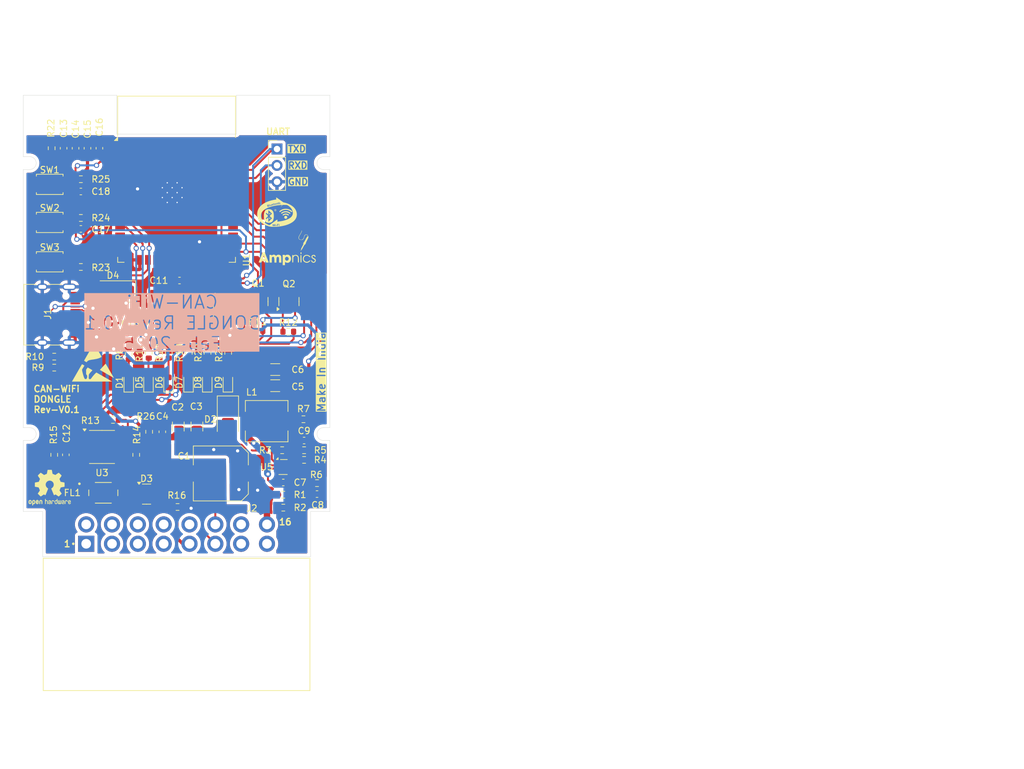
<source format=kicad_pcb>
(kicad_pcb (version 20240108) (generator "pcbnew") (generator_version "8.0")
  (title_block (title "CAN to WiFi Converter") (date "2025-02-27") (rev "v0.1") (company "Ampnics") (comment 1 "Design By - Md Ammar Maniyar"))
  (layers (0 "F.Cu" signal) (31 "B.Cu" signal) (34 "B.Paste" user) (35 "F.Paste" user) (36 "B.SilkS" user "B.Silkscreen") (37 "F.SilkS" user "F.Silkscreen") (38 "B.Mask" user) (39 "F.Mask" user) (44 "Edge.Cuts" user))
  (net 0 "")
  (net 1 "GND")
  (net 2 "V_BATT")
  (net 3 "Net-(C5-Pad1)")
  (net 4 "Net-(U5-SW)")
  (net 5 "Net-(U5-BST)")
  (net 6 "Net-(U5-SS)")
  (net 7 "Net-(C9-Pad2)")
  (net 8 "VOUT")
  (net 9 "5V")
  (net 10 "Net-(U2-V3)")
  (net 11 "CAN_3V3")
  (net 12 "ESP_3V3")
  (net 13 "EN")
  (net 14 "IO0")
  (net 15 "Net-(D1-A)")
  (net 16 "CAN_H")
  (net 17 "CAN_L")
  (net 18 "V_BUS")
  (net 19 "Net-(D5-A)")
  (net 20 "Net-(D6-A)")
  (net 21 "Net-(D7-A)")
  (net 22 "Net-(D8-A)")
  (net 23 "Net-(D9-A)")
  (net 24 "Net-(U3-CANH)")
  (net 25 "Net-(U3-CANL)")
  (net 27 "USB_D+")
  (net 28 "USB_D-")
  (net 30 "Net-(J1-CC1)")
  (net 31 "Net-(J1-CC2)")
  (net 43 "EXT_GND")
  (net 45 "TXD")
  (net 46 "RXD")
  (net 47 "RTS")
  (net 48 "Net-(Q1-B)")
  (net 49 "DTR")
  (net 50 "Net-(Q2-B)")
  (net 51 "Net-(U5-PG)")
  (net 52 "Net-(U5-FB)")
  (net 53 "+3.3V")
  (net 54 "Net-(U3-Rs)")
  (net 55 "EXTRA{slash}LED{slash}IO19")
  (net 56 "COMM{slash}LED{slash}IO18")
  (net 57 "BT{slash}LED{slash}IO25")
  (net 58 "WIFI{slash}LED{slash}IO26")
  (net 59 "FAULT{slash}LED{slash}IO27")
  (net 67 "CAN_RX")
  (net 70 "CAN_TX")
  (net 83 "D+")
  (net 90 "D-")
  (net 93 "P_EN")
  (net 94 "SW1{slash}IO13")
  (footprint "Resistor_SMD:R_0603_1608Metric" (layer "F.Cu") (at 162.6 105.2 180)
    (property "Reference" "R7")
    (property "Value" "0E")
  )
  (footprint "Inductor_SMD:L_6.3x6.3_H3" (layer "F.Cu") (at 156.9 105.5)
    (property "Reference" "L1")
    (property "Value" "6.8uH")
  )
  (footprint "Capacitor_SMD:C_0603_1608Metric" (layer "F.Cu") (at 125.45 63.2 90)
    (property "Reference" "C13")
    (property "Value" "0.1uF")
  )
  (footprint "Symbol:ESD-Logo_6.6x6mm_SilkScreen" (layer "F.Cu") (at 130 96.4)
    (property "Reference" "REF**" (hide yes))
    (property "Value" "ESD-Logo_6.6x6mm_SilkScreen" (hide yes))
  )
  (footprint "Package_TO_SOT_SMD:SOT-23" (layer "F.Cu") (at 138.3 116.8)
    (property "Reference" "D3")
    (property "Value" "SZNUP2105L")
  )
  (footprint "Connector_USB:USB_C_Receptacle_HRO_TYPE-C-31-M-12" (layer "F.Cu") (at 123.2 89 -90)
    (property "Reference" "J1")
    (property "Value" "USB_C_Receptacle_USB2.0_16P")
  )
  (footprint "Resistor_SMD:R_0603_1608Metric" (layer "F.Cu") (at 159.475 118.9 180)
    (property "Reference" "R2")
    (property "Value" "49.9K")
  )
  (footprint "Resistor_SMD:R_0603_1608Metric" (layer "F.Cu") (at 138.7 107.145 -90)
    (property "Reference" "R26")
    (property "Value" "0E")
  )
  (footprint "LED_SMD:LED_0603_1608Metric" (layer "F.Cu") (at 144.8 99.5 90)
    (property "Reference" "D7")
    (property "Value" "LED")
  )
  (footprint "Package_TO_SOT_SMD:SOT-23" (layer "F.Cu") (at 160.35 86.9625 90)
    (property "Reference" "Q2")
    (property "Value" "SS8050")
  )
  (footprint "Resistor_SMD:R_0603_1608Metric" (layer "F.Cu") (at 162.7 110 180)
    (property "Reference" "R5")
    (property "Value" "51K")
  )
  (footprint "Package_TO_SOT_SMD:SOT-23-6" (layer "F.Cu") (at 131.7 90.5)
    (property "Reference" "U4")
    (property "Value" "USBLC6-4SC6")
  )
  (footprint "Button_Switch_SMD:SW_Push_SPST_NO_Alps_SKRK" (layer "F.Cu") (at 123.3 74.7)
    (property "Reference" "SW2")
    (property "Value" "SW_Push")
  )
  (footprint "Capacitor_SMD:C_1206_3216Metric" (layer "F.Cu") (at 158.225 100 180)
    (property "Reference" "C5")
    (property "Value" "22uF")
  )
  (footprint "Resistor_SMD:R_0603_1608Metric" (layer "F.Cu") (at 124 95.5 180)
    (property "Reference" "R10")
    (property "Value" "5.1K")
  )
  (footprint "Resistor_SMD:R_0603_1608Metric" (layer "F.Cu") (at 159.3 110 180)
    (property "Reference" "R3")
    (property "Value" "100K")
  )
  (footprint "Resistor_SMD:R_0603_1608Metric" (layer "F.Cu") (at 124 97.2 180)
    (property "Reference" "R9")
    (property "Value" "5.1K")
  )
  (footprint "Capacitor_SMD:C_1206_3216Metric" (layer "F.Cu") (at 143.213332 106.325 90)
    (property "Reference" "C2")
    (property "Value" "10uF")
  )
  (footprint "LED_SMD:LED_0603_1608Metric" (layer "F.Cu") (at 138.6 99.5 90)
    (property "Reference" "D5")
    (property "Value" "LED")
  )
  (footprint "LED_SMD:LED_0603_1608Metric" (layer "F.Cu") (at 147.7 99.5 90)
    (property "Reference" "D8")
    (property "Value" "LED")
  )
  (footprint "Resistor_SMD:R_0603_1608Metric" (layer "F.Cu") (at 133.1 105.3 180)
    (property "Reference" "R13")
    (property "Value" "2.4K")
  )
  (footprint "Resistor_SMD:R_0603_1608Metric" (layer "F.Cu") (at 144.84 94.9 90)
    (property "Reference" "R19")
    (property "Value" "1K")
  )
  (footprint "LED_SMD:LED_0603_1608Metric" (layer "F.Cu") (at 135.54 99.5 90)
    (property "Reference" "D1")
    (property "Value" "LED")
  )
  (footprint "Custom_Logo.preety:WIFI_BT_10MM" (layer "F.Cu") (at 158.5 73.1)
    (property "Reference" "G***" (hide yes))
    (property "Value" "LOGO" (hide yes))
  )
  (footprint "Resistor_SMD:R_0603_1608Metric" (layer "F.Cu") (at 150.94 94.9 90)
    (property "Reference" "R21")
    (property "Value" "1K")
  )
  (footprint "Capacitor_SMD:C_Elec_8x10.2" (layer "F.Cu") (at 149.8 113.6 180)
    (property "Reference" "C1")
    (property "Value" "220uF")
  )
  (footprint "Button_Switch_SMD:SW_Push_SPST_NO_Alps_SKRK" (layer "F.Cu") (at 123.3 68.8)
    (property "Reference" "SW1")
    (property "Value" "SW_Push")
  )
  (footprint "LED_SMD:LED_0603_1608Metric" (layer "F.Cu") (at 150.9 99.5 90)
    (property "Reference" "D9")
    (property "Value" "LED")
  )
  (footprint "ACT45B-510-2P-TL003:FIL_ACT45B-510-2P-TL003" (layer "F.Cu") (at 131.6 116.6)
    (property "Reference" "FL1")
    (property "Value" "ACT45B-510-2P-TL003")
  )
  (footprint "Resistor_SMD:R_0603_1608Metric" (layer "F.Cu") (at 128.125 68)
    (property "Reference" "R25")
    (property "Value" "10K")
  )
  (footprint "Resistor_SMD:R_0603_1608Metric" (layer "F.Cu") (at 138.64 94.9 90)
    (property "Reference" "R17")
    (property "Value" "1K")
  )
  (footprint "Package_SO:SOIC-8_3.9x4.9mm_P1.27mm" (layer "F.Cu") (at 131.4 109.495)
    (property "Reference" "U3")
    (property "Value" "SN65HVD230")
  )
  (footprint "Resistor_SMD:R_0603_1608Metric" (layer "F.Cu") (at 147.74 94.9 90)
    (property "Reference" "R20")
    (property "Value" "1K")
  )
  (footprint "Resistor_SMD:R_0603_1608Metric" (layer "F.Cu") (at 159.475 116.9)
    (property "Reference" "R1")
    (property "Value" "191K")
  )
  (footprint "Resistor_SMD:R_0603_1608Metric" (layer "F.Cu") (at 143.1 118.8 180)
    (property "Reference" "R16")
    (property "Value" "0E")
  )
  (footprint "Capacitor_SMD:C_0603_1608Metric" (layer "F.Cu") (at 125.8 110.715 -90)
    (property "Reference" "C12")
    (property "Value" "0.1uF")
  )
  (footprint "Capacitor_SMD:C_0603_1608Metric" (layer "F.Cu") (at 129.15 63.2 90)
    (property "Reference" "C15")
    (property "Value" "0.1uF")
  )
  (footprint "Resistor_SMD:R_0603_1608Metric" (layer "F.Cu") (at 136.7 110.715 -90)
    (property "Reference" "R14")
    (property "Value" "120E")
  )
  (footprint "Package_TO_SOT_SMD:SOT-23" (layer "F.Cu") (at 155.55 86.9625 90)
    (property "Reference" "Q1")
    (property "Value" "SS8050")
  )
  (footprint "Diode_SMD:D_SMA" (layer "F.Cu") (at 150.9 105.1 -90)
    (property "Reference" "D2")
    (property "Value" "SMAJ15CA")
  )
  (footprint "Package_TO_SOT_SMD:SOT-583-8" (layer "F.Cu") (at 159.44 112.6)
    (property "Reference" "U5")
    (property "Value" "MP2338GTL-P")
  )
  (footprint "Capacitor_SMD:C_0603_1608Metric" (layer "F.Cu") (at 162.7 108.5)
    (property "Reference" "C9")
    (property "Value" "470pF")
  )
  (footprint "Capacitor_SMD:C_0603_1608Metric" (layer "F.Cu") (at 128.125 75.7 180)
    (property "Reference" "C17")
    (property "Value" "0.1uF")
  )
  (footprint "Resistor_SMD:R_0603_1608Metric" (layer "F.Cu") (at 135.54 95.1 90)
    (property "Reference" "R8")
    (property "Value" "1K")
  )
  (footprint "Capacitor_SMD:C_0603_1608Metric" (layer "F.Cu") (at 164.7 116.8)
    (property "Reference" "C8")
    (property "Value" "22nF")
  )
  (footprint "Resistor_SMD:R_0603_1608Metric" (layer "F.Cu") (at 141.74 94.9 90)
    (property "Reference" "R18")
    (property "Value" "1K")
  )
  (footprint "Resistor_SMD:R_0603_1608Metric" (layer "F.Cu") (at 155.475 91.525)
    (property "Reference" "R11")
    (property "Value" "10K")
  )
  (footprint "Capacitor_SMD:C_0603_1608Metric" (layer "F.Cu") (at 159.475 115)
    (property "Reference" "C7")
    (property "Value" "0.1uF")
  )
  (footprint "RF_Module:ESP32-WROOM-32" (layer "F.Cu") (at 142.95 70.99)
    (property "Reference" "U1")
    (property "Value" "ESP32-WROOM-32")
  )
  (footprint "C-OBD-II-16M:COMTECH_C-OBD-II-16M" (layer "F.Cu") (at 128.95 124.5)
    (property "Reference" "J2")
    (property "Value" "C-OBD-II-16M")
  )
  (footprint "Resistor_SMD:R_0603_1608Metric" (layer "F.Cu") (at 162.7 111.5)
    (property "Reference" "R4")
    (property "Value" "10K")
  )
  (footprint "Capacitor_SMD:C_0603_1608Metric" (layer "F.Cu") (at 127.3 63.2 90)
    (property "Reference" "C14")
    (property "Value" "0.1uF")
  )
  (footprint "Symbol:OSHW-Logo2_7.3x6mm_SilkScreen" (layer "F.Cu") (at 123.3 115.8)
    (property "Reference" "REF**" (hide yes))
    (property "Value" "OSHW-Logo2_7.3x6mm_SilkScreen" (hide yes))
  )
  (footprint "Resistor_SMD:R_0603_1608Metric" (layer "F.Cu") (at 123.6 63.2 90)
    (property "Reference" "R22")
    (property "Value" "0E")
  )
  (footprint "Capacitor_SMD:C_0603_1608Metric" (layer "F.Cu") (at 140.746666 107.145 90)
    (property "Reference" "C4")
    (property "Value" "0.1uF")
  )
  (footprint "Custom_Logo.preety:ampnics_full_20mm" (layer "F.Cu") (at 160.1 78.8)
    (property "Reference" "G***" (hide yes))
    (property "Value" "LOGO" (hide yes))
  )
  (footprint "Capacitor_SMD:C_0603_1608Metric" (layer "F.Cu") (at 143.4 83.7)
    (property "Reference" "C11")
    (property "Value" "10nF")
  )
  (footprint "Capacitor_SMD:C_1206_3216Metric" (layer "F.Cu") (at 158.225 97.5 180)
    (property "Reference" "C6")
    (property "Value" "22uF")
  )
  (footprint "Resistor_SMD:R_0603_1608Metric" (layer "F.Cu") (at 124 110.715 -90)
    (property "Reference" "R15")
    (property "Value" "0E")
  )
  (footprint "LED_SMD:LED_0603_1608Metric" (layer "F.Cu") (at 141.7 99.5 90)
    (property "Reference" "D6")
    (property "Value" "LED")
  )
  (footprint "Resistor_SMD:R_0603_1608Metric" (layer "F.Cu") (at 128.125 81.6)
    (property "Reference" "R23")
    (property "Value" "10K")
  )
  (footprint "Diode_SMD:D_SMA" (layer "F.Cu") (at 133.1 85.4 180)
    (property "Reference" "D4")
    (property "Value" "SS14")
  )
  (footprint "Capacitor_SMD:C_0603_1608Metric" (layer "F.Cu") (at 131 63.2 90)
    (property "Reference" "C16")
    (property "Value" "0.1uF")
  )
  (footprint "Resistor_SMD:R_0603_1608Metric" (layer "F.Cu") (at 164.7 115.1 180)
    (property "Reference" "R6")
    (property "Value" "9.09K")
  )
  (footprint "Connector_PinHeader_2.54mm:PinHeader_1x03_P2.54mm_Vertical" (layer "F.Cu") (at 158.5 63.32)
    (property "Reference" "J3" (hide yes))
    (property "Value" "Conn_01x03_Pin")
  )
  (footprint "Button_Switch_SMD:SW_Push_SPST_NO_Alps_SKRK" (layer "F.Cu") (at 123.3 80.8)
    (property "Reference" "SW3")
    (property "Value" "SW_Push")
  )
  (footprint "Resistor_SMD:R_0603_1608Metric" (layer "F.Cu") (at 128.125 74)
    (property "Reference" "R24")
    (property "Value" "10K")
  )
  (footprint "Capacitor_SMD:C_0603_1608Metric" (layer "F.Cu") (at 128.125 69.9 180)
    (property "Reference" "C18")
    (property "Value" "0.1uF")
  )
  (footprint "Resistor_SMD:R_0603_1608Metric" (layer "F.Cu") (at 160.25 91.625)
    (property "Reference" "R12")
    (property "Value" "10K")
  )
  (footprint "Capacitor_SMD:C_1206_3216Metric" (layer "F.Cu") (at 146.1 106.325 90)
    (property "Reference" "C3")
    (property "Value" "10uF")
  )
  (footprint "Capacitor_SMD:C_0603_1608Metric" (layer "F.Cu") (at 135.9 88.6)
    (property "Reference" "C10")
    (property "Value" "10uF")
  )
  (footprint "Package_SO:SOIC-16_3.9x9.9mm_P1.27mm" (layer "F.Cu") (at 143.6 88.6 -90)
    (property "Reference" "U2")
    (property "Value" "CH340C")
  )
  (gr_arc (start 120.2 64.5) (mid 121.2 65.5) (end 120.2 66.5) (stroke (width 0.05)) (layer "Edge.Cuts"))
  (gr_line (start 119.2 119.5) (end 122.2 119.5) (stroke (width 0.05)) (layer "Edge.Cuts"))
  (gr_line (start 166.7 66.5) (end 165.7 66.5) (stroke (width 0.05)) (layer "Edge.Cuts"))
  (gr_line (start 119.2 66.5) (end 119.2 106.5) (stroke (width 0.05)) (layer "Edge.Cuts"))
  (gr_line (start 122.2 126.5) (end 163.7 126.5) (stroke (width 0.05)) (layer "Edge.Cuts"))
  (gr_line (start 133.7 55) (end 119.2 55) (stroke (width 0.05)) (layer "Edge.Cuts"))
  (gr_arc (start 165.7 108.5) (mid 164.7 107.5) (end 165.7 106.5) (stroke (width 0.05)) (layer "Edge.Cuts"))
  (gr_line (start 166.7 64.5) (end 166.7 55) (stroke (width 0.05)) (layer "Edge.Cuts"))
  (gr_arc (start 120.2 106.5) (mid 121.2 107.5) (end 120.2 108.5) (stroke (width 0.05)) (layer "Edge.Cuts"))
  (gr_line (start 133.7 61) (end 133.7 55) (stroke (width 0.05)) (layer "Edge.Cuts"))
  (gr_line (start 165.7 64.5) (end 166.7 64.5) (stroke (width 0.05)) (layer "Edge.Cuts"))
  (gr_line (start 166.7 106.5) (end 166.7 66.5) (stroke (width 0.05)) (layer "Edge.Cuts"))
  (gr_line (start 152.2 61) (end 133.7 61) (stroke (width 0.05)) (layer "Edge.Cuts"))
  (gr_line (start 163.7 119.5) (end 166.7 119.5) (stroke (width 0.05)) (layer "Edge.Cuts"))
  (gr_line (start 166.7 108.5) (end 165.7 108.5) (stroke (width 0.05)) (layer "Edge.Cuts"))
  (gr_line (start 120.2 66.5) (end 119.2 66.5) (stroke (width 0.05)) (layer "Edge.Cuts"))
  (gr_line (start 163.7 126.5) (end 163.7 119.5) (stroke (width 0.05)) (layer "Edge.Cuts"))
  (gr_line (start 120.2 108.5) (end 119.2 108.5) (stroke (width 0.05)) (layer "Edge.Cuts"))
  (gr_arc (start 165.7 66.5) (mid 164.7 65.5) (end 165.7 64.5) (stroke (width 0.05)) (layer "Edge.Cuts"))
  (gr_line (start 119.2 106.5) (end 120.2 106.5) (stroke (width 0.05)) (layer "Edge.Cuts"))
  (gr_line (start 152.2 55) (end 152.2 61) (stroke (width 0.05)) (layer "Edge.Cuts"))
  (gr_line (start 165.7 106.5) (end 166.7 106.5) (stroke (width 0.05)) (layer "Edge.Cuts"))
  (gr_line (start 122.2 119.5) (end 122.2 126.5) (stroke (width 0.05)) (layer "Edge.Cuts"))
  (gr_line (start 119.2 64.5) (end 120.2 64.5) (stroke (width 0.05)) (layer "Edge.Cuts"))
  (gr_line (start 166.7 55) (end 152.2 55) (stroke (width 0.05)) (layer "Edge.Cuts"))
  (gr_line (start 166.7 119.5) (end 166.7 108.5) (stroke (width 0.05)) (layer "Edge.Cuts"))
  (gr_line (start 119.2 55) (end 119.2 64.5) (stroke (width 0.05)) (layer "Edge.Cuts"))
  (gr_line (start 119.2 108.5) (end 119.2 119.5) (stroke (width 0.05)) (layer "Edge.Cuts"))
  (gr_text "CAN-WiFi\nDONGLE Rev-V0.1\nFeb-2025" (at 142.2625 94.662742 -0) (layer "B.SilkS" knockout) (effects (font (size 2 2) (thickness 0.2) (bold yes)) (justify bottom mirror)))
  (gr_text "16" (at 158.7 121.7 0) (layer "F.SilkS") (effects (font (size 1 1) (thickness 0.2) (bold yes)) (justify left bottom)))
  (gr_text "RXD" (at 160.1 66.45 0) (layer "F.SilkS" knockout) (effects (font (size 1 1) (thickness 0.2) (bold yes)) (justify left bottom)))
  (gr_text "1" (at 125.4 125.1 0) (layer "F.SilkS") (effects (font (size 1 1) (thickness 0.2) (bold yes)) (justify left bottom)))
  (gr_text "GND" (at 160.1 69 0) (layer "F.SilkS" knockout) (effects (font (size 1 1) (thickness 0.2) (bold yes)) (justify left bottom)))
  (gr_text "Make In India" (at 166.1 104.2 90) (layer "F.SilkS" knockout) (effects (font (size 1.2 1.2) (thickness 0.2) (bold yes)) (justify left bottom)))
  (gr_text "TXD" (at 160.1 63.9 0) (layer "F.SilkS" knockout) (effects (font (size 1 1) (thickness 0.2) (bold yes)) (justify left bottom)))
  (gr_text "UART" (at 156.7 61.2 0) (layer "F.SilkS") (effects (font (size 1 1) (thickness 0.2) (bold yes)) (justify left bottom)))
  (gr_text "CAN-WiFi\nDONGLE\nRev-V0.1" (at 120.7 104.3 0) (layer "F.SilkS") (effects (font (size 1 1) (thickness 0.2) (bold yes)) (justify left bottom)))
  (segment (start 129.594975 90.5) (end 130.5625 90.5) (width 0.2) (layer "F.Cu") (net 1))
  (segment (start 145 118.8) (end 145.2 119) (width 0.2) (layer "F.Cu") (net 1))
  (segment (start 143.925 118.8) (end 145 118.8) (width 0.2) (layer "F.Cu") (net 1))
  (segment (start 129.3 90.205025) (end 129.594975 90.5) (width 0.2) (layer "F.Cu") (net 1))
  (via (at 129.3 90.205025) (size 0.8) (drill 0.5) (layers "F.Cu" "B.Cu") (net 1))
  (via (at 136.9 69.5) (size 0.8) (drill 0.5) (layers "F.Cu" "B.Cu") (net 1))
  (via (at 146.5 77.7) (size 0.8) (drill 0.5) (layers "F.Cu" "B.Cu") (net 1))
  (via (at 145.2 119) (size 0.8) (drill 0.5) (layers "F.Cu" "B.Cu") (net 1))
  (segment (start 145.93 107.97) (end 146.1 107.8) (width 1) (layer "F.Cu") (net 2))
  (segment (start 156.75 112.35) (end 156.4 112.7) (width 0.3) (layer "F.Cu") (net 2))
  (segment (start 146.1 107.8) (end 150.2 107.8) (width 1) (layer "F.Cu") (net 2))
  (segment (start 156.95 121.5) (end 156.95 119.65) (width 1) (layer "F.Cu") (net 2))
  (segment (start 150.2 107.8) (end 150.9 107.1) (width 1) (layer "F.Cu") (net 2))
  (segment (start 156.9 117.3) (end 157.3 116.9) (width 1) (layer "F.Cu") (net 2))
  (segment (start 156.95 119.65) (end 156.9 119.6) (width 1) (layer "F.Cu") (net 2))
  (segment (start 158.7 112.35) (end 156.75 112.35) (width 0.3) (layer "F.Cu") (net 2))
  (segment (start 157.3 116.9) (end 158.65 116.9) (width 1) (layer "F.Cu") (net 2))
  (segment (start 138.7 107.97) (end 145.93 107.97) (width 1) (layer "F.Cu") (net 2))
  (segment (start 156.9 119.6) (end 156.9 117.3) (width 1) (layer "F.Cu") (net 2))
  (via (at 155.5 116.2) (size 0.8) (drill 0.5) (layers "F.Cu" "B.Cu") (net 2))
  (via (at 148.7 109.9) (size 0.8) (drill 0.5) (layers "F.Cu" "B.Cu") (net 2))
  (via (at 152.4 110.1) (size 0.8) (drill 0.5) (layers "F.Cu" "B.Cu") (net 2))
  (via (at 152.6 116.1) (size 0.8) (drill 0.5) (layers "F.Cu" "B.Cu") (net 2))
  (segment (start 159.65 105.5) (end 159.65 97.55) (width 2) (layer "F.Cu") (net 3))
  (segment (start 159.65 97.55) (end 159.7 97.5) (width 2) (layer "F.Cu") (net 3))
  (segment (start 159.65 106.75) (end 159.6 106.8) (width 2) (layer "F.Cu") (net 3))
  (segment (start 159.65 105.5) (end 159.65 106.75) (width 2) (layer "F.Cu") (net 3))
  (segment (start 157.55 112.85) (end 157.1 113.3) (width 0.3) (layer "F.Cu") (net 4))
  (segment (start 157.1 113.3) (end 157.1 113.7) (width 0.3) (layer "F.Cu") (net 4))
  (segment (start 157.1 113.7) (end 157.1 114.6) (width 0.3) (layer "F.Cu") (net 4))
  (segment (start 157.5 115) (end 158.7 115) (width 0.3) (layer "F.Cu") (net 4))
  (segment (start 158.7 112.85) (end 157.55 112.85) (width 0.3) (layer "F.Cu") (net 4))
  (segment (start 154.15 108.15) (end 154.9 108.9) (width 1) (layer "F.Cu") (net 4))
  (segment (start 157.1 114.6) (end 157.5 115) (width 0.3) (layer "F.Cu") (net 4))
  (segment (start 154.15 105.5) (end 154.15 108.15) (width 1) (layer "F.Cu") (net 4))
  (via (at 157.1 113.7) (size 0.8) (drill 0.5) (layers "F.Cu" "B.Cu") (net 4))
  (via (at 154.9 108.9) (size 0.8) (drill 0.5) (layers "F.Cu" "B.Cu") (net 4))
  (segment (start 154.9 108.9) (end 157 111) (width 1) (layer "B.Cu") (net 4))
  (segment (start 157 113.6) (end 157.1 113.7) (width 1) (layer "B.Cu") (net 4))
  (segment (start 157 111) (end 157 113.6) (width 1) (layer "B.Cu") (net 4))
  (segment (start 160.18 113.35) (end 160.18 114.93) (width 0.3) (layer "F.Cu") (net 5))
  (segment (start 160.18 114.93) (end 160.25 115) (width 0.3) (layer "F.Cu") (net 5))
  (segment (start 162.6 113.5) (end 162.6 116.4) (width 0.3) (layer "F.Cu") (net 6))
  (segment (start 160.18 112.35) (end 161.45 112.35) (width 0.3) (layer "F.Cu") (net 6))
  (segment (start 163 116.8) (end 163.925 116.8) (width 0.3) (layer "F.Cu") (net 6))
  (segment (start 162.6 116.4) (end 163 116.8) (width 0.3) (layer "F.Cu") (net 6))
  (segment (start 161.45 112.35) (end 162.6 113.5) (width 0.3) (layer "F.Cu") (net 6))
  (segment (start 163.875 112.675) (end 163.525 112.325) (width 0.3) (layer "F.Cu") (net 7))
  (segment (start 163.525 112.325) (end 163.525 111.5) (width 0.3) (layer "F.Cu") (net 7))
  (segment (start 163.475 108.5) (end 163.475 111.45) (width 0.3) (layer "F.Cu") (net 7))
  (segment (start 163.475 111.45) (end 163.525 111.5) (width 0.3) (layer "F.Cu") (net 7))
  (segment (start 163.875 115.1) (end 163.875 112.675) (width 0.3) (layer "F.Cu") (net 7))
  (segment (start 161.775 109.9) (end 161.875 110) (width 1) (layer "F.Cu") (net 8))
  (segment (start 160.125 110) (end 161.875 110) (width 1) (layer "F.Cu") (net 8))
  (segment (start 161.775 105.2) (end 161.775 109.9) (width 1) (layer "F.Cu") (net 8))
  (segment (start 138.7 106.32) (end 137.42 106.32) (width 0.5) (layer "F.Cu") (net 9))
  (segment (start 135.125 87.2) (end 135.125 85.425) (width 0.5) (layer "F.Cu") (net 9))
  (segment (start 137.42 106.32) (end 136.6 105.5) (width 0.5) (layer "F.Cu") (net 9))
  (segment (start 135.125 85.425) (end 135.1 85.4) (width 0.5) (layer "F.Cu") (net 9))
  (segment (start 135.125 88.6) (end 135.125 87.2) (width 0.5) (layer "F.Cu") (net 9))
  (via (at 136.6 105.5) (size 0.8) (drill 0.5) (layers "F.Cu" "B.Cu") (net 9))
  (via (at 135.125 87.2) (size 0.8) (drill 0.5) (layers "F.Cu" "B.Cu") (net 9))
  (segment (start 134.5 105.5) (end 136.6 105.5) (width 0.5) (layer "B.Cu") (net 9))
  (segment (start 134.2 87.2) (end 132.2 89.2) (width 0.5) (layer "B.Cu") (net 9))
  (segment (start 135.125 87.2) (end 134.2 87.2) (width 0.5) (layer "B.Cu") (net 9))
  (segment (start 132.2 103.2) (end 134.5 105.5) (width 0.5) (layer "B.Cu") (net 9))
  (segment (start 132.2 89.2) (end 132.2 103.2) (width 0.5) (layer "B.Cu") (net 9))
  (segment (start 144.235 83.76) (end 144.175 83.7) (width 0.3) (layer "F.Cu") (net 10))
  (segment (start 144.235 86.125) (end 144.235 83.76) (width 0.3) (layer "F.Cu") (net 10))
  (segment (start 127.23 110.13) (end 128.925 110.13) (width 0.5) (layer "F.Cu") (net 11))
  (segment (start 124 109.89) (end 126.99 109.89) (width 0.5) (layer "F.Cu") (net 11))
  (segment (start 126.99 109.89) (end 127.23 110.13) (width 0.5) (layer "F.Cu") (net 11))
  (segment (start 128.95 81.05) (end 131 79) (width 0.5) (layer "F.Cu") (net 12))
  (segment (start 128.95 74) (end 128.95 72.95) (width 0.5) (layer "F.Cu") (net 12))
  (segment (start 128.95 66.55) (end 129.15 66.35) (width 0.5) (layer "F.Cu") (net 12))
  (segment (start 134.185 64.025) (end 134.2 64.01) (width 0.5) (layer "F.Cu") (net 12))
  (segment (start 128.95 81.6) (end 128.95 81.05) (width 0.5) (layer "F.Cu") (net 12))
  (segment (start 130.1 68) (end 128.95 68) (width 0.5) (layer "F.Cu") (net 12))
  (segment (start 131 70.9) (end 131 68.9) (width 0.5) (layer "F.Cu") (net 12))
  (segment (start 128.95 72.95) (end 131 70.9) (width 0.5) (layer "F.Cu") (net 12))
  (segment (start 129.15 66.35) (end 129.15 63.975) (width 0.5) (layer "F.Cu") (net 12))
  (segment (start 131 68.9) (end 130.1 68) (width 0.5) (layer "F.Cu") (net 12))
  (segment (start 128.95 68) (end 128.95 66.55) (width 0.5) (layer "F.Cu") (net 12))
  (segment (start 131 79) (end 131 70.9) (width 0.5) (layer "F.Cu") (net 12))
  (segment (start 123.6 64.025) (end 134.185 64.025) (width 0.5) (layer "F.Cu") (net 12))
  (segment (start 127.35 68.05) (end 127.3 68) (width 0.3) (layer "F.Cu") (net 13))
  (segment (start 125.4 68.8) (end 126.2 68.8) (width 0.3) (layer "F.Cu") (net 13))
  (segment (start 151.25 80.7) (end 153.9 80.7) (width 0.3) (layer "F.Cu") (net 13))
  (segment (start 134.2 65.28) (end 131.12 65.28) (width 0.3) (layer "F.Cu") (net 13))
  (segment (start 149.9 79.35) (end 151.25 80.7) (width 0.3) (layer "F.Cu") (net 13))
  (segment (start 127.35 69.9) (end 127.35 68.05) (width 0.3) (layer "F.Cu") (net 13))
  (segment (start 148.6 73.3) (end 149.9 74.6) (width 0.3) (layer "F.Cu") (net 13))
  (segment (start 139.3 72.4) (end 140.2 73.3) (width 0.3) (layer "F.Cu") (net 13))
  (segment (start 149.9 74.6) (end 149.9 79.35) (width 0.3) (layer "F.Cu") (net 13))
  (segment (start 155.55 82.35) (end 155.55 86.025) (width 0.3) (layer "F.Cu") (net 13))
  (segment (start 134.2 65.28) (end 136.28 65.28) (width 0.3) (layer "F.Cu") (net 13))
  (segment (start 131.12 65.28) (end 130.55 65.85) (width 0.3) (layer "F.Cu") (net 13))
  (segment (start 127.3 66.2) (end 127.3 68) (width 0.3) (layer "F.Cu") (net 13))
  (segment (start 127.6 65.9) (end 127.3 66.2) (width 0.3) (layer "F.Cu") (net 13))
  (segment (start 136.28 65.28) (end 139.3 68.3) (width 0.3) (layer "F.Cu") (net 13))
  (segment (start 153.9 80.7) (end 155.55 82.35) (width 0.3) (layer "F.Cu") (net 13))
  (segment (start 139.3 68.3) (end 139.3 72.4) (width 0.3) (layer "F.Cu") (net 13))
  (segment (start 126.2 68.8) (end 127 68) (width 0.3) (layer "F.Cu") (net 13))
  (segment (start 127 68) (end 127.3 68) (width 0.3) (layer "F.Cu") (net 13))
  (segment (start 140.2 73.3) (end 148.6 73.3) (width 0.3) (layer "F.Cu") (net 13))
  (segment (start 130.55 65.85) (end 130.5 65.9) (width 0.3) (layer "F.Cu") (net 13))
  (via (at 130.55 65.85) (size 0.8) (drill 0.5) (layers "F.Cu" "B.Cu") (net 13))
  (via (at 127.6 65.9) (size 0.8) (drill 0.5) (layers "F.Cu" "B.Cu") (net 13))
  (segment (start 127.6 65.9) (end 127.65 65.85) (width 0.3) (layer "B.Cu") (net 13))
  (segment (start 127.65 65.85) (end 130.55 65.85) (width 0.3) (layer "B.Cu") (net 13))
  (segment (start 126.8 74) (end 127.3 74) (width 0.3) (layer "F.Cu") (net 14))
  (segment (start 127.35 75.7) (end 127.35 74.05) (width 0.3) (layer "F.Cu") (net 14))
  (segment (start 160.35 83.75) (end 160.35 86.025) (width 0.3) (layer "F.Cu") (net 14))
  (segment (start 127.35 77.15) (end 127.5 77.3) (width 0.3) (layer "F.Cu") (net 14))
  (segment (start 155.85 79.25) (end 160.35 83.75) (width 0.3) (layer "F.Cu") (net 14))
  (segment (start 151.7 79.25) (end 153.7 79.25) (width 0.3) (layer "F.Cu") (net 14))
  (segment (start 127.35 74.05) (end 127.3 74) (width 0.3) (layer "F.Cu") (net 14))
  (segment (start 127.35 75.7) (end 127.35 77.15) (width 0.3) (layer "F.Cu") (net 14))
  (segment (start 126.1 74.7) (end 126.8 74) (width 0.3) (layer "F.Cu") (net 14))
  (segment (start 125.4 74.7) (end 126.1 74.7) (width 0.3) (layer "F.Cu") (net 14))
  (segment (start 153.7 79.25) (end 155.85 79.25) (width 0.3) (layer "F.Cu") (net 14))
  (via (at 127.5 77.3) (size 0.8) (drill 0.5) (layers "F.Cu" "B.Cu") (net 14))
  (via (at 153.7 79.25) (size 0.8) (drill 0.5) (layers "F.Cu" "B.Cu") (net 14))
  (segment (start 128.6 77.3) (end 127.5 77.3) (width 0.3) (layer "B.Cu") (net 14))
  (segment (start 152.7 75.9) (end 130 75.9) (width 0.3) (layer "B.Cu") (net 14))
  (segment (start 153.7 76.9) (end 152.7 75.9) (width 0.3) (layer "B.Cu") (net 14))
  (segment (start 130 75.9) (end 128.6 77.3) (width 0.3) (layer "B.Cu") (net 14))
  (segment (start 153.7 79.25) (end 153.7 76.9) (width 0.3) (layer "B.Cu") (net 14))
  (segment (start 135.54 98.7125) (end 135.54 95.925) (width 0.3) (layer "F.Cu") (net 15))
  (segment (start 133.875 115.35) (end 134.85 115.35) (width 0.3) (layer "F.Cu") (net 16))
  (segment (start 147 119) (end 145.7 117.7) (width 0.3) (layer "F.Cu") (net 16))
  (segment (start 135.6 116.9) (end 136.45 117.75) (width 0.3) (layer "F.Cu") (net 16))
  (segment (start 147 122.55) (end 147 119) (width 0.3) (layer "F.Cu") (net 16))
  (segment (start 134.85 115.35) (end 135.6 116.1) (width 0.3) (layer "F.Cu") (net 16))
  (segment (start 148.95 124.5) (end 147 122.55) (width 0.3) (layer "F.Cu") (net 16))
  (segment (start 145.7 117.7) (end 137.4125 117.7) (width 0.3) (layer "F.Cu") (net 16))
  (segment (start 136.45 117.75) (end 137.3625 117.75) (width 0.3) (layer "F.Cu") (net 16))
  (segment (start 137.4125 117.7) (end 137.3625 117.75) (width 0.3) (layer "F.Cu") (net 16))
  (segment (start 135.6 116.1) (end 135.6 116.9) (width 0.3) (layer "F.Cu") (net 16))
  (segment (start 148.95 121.5) (end 148.95 118.75) (width 0.3) (layer "F.Cu") (net 17))
  (segment (start 133.15 114.2) (end 132.6 114.75) (width 0.3) (layer "F.Cu") (net 17))
  (segment (start 137.3625 115.85) (end 136.55 115.85) (width 0.3) (layer "F.Cu") (net 17))
  (segment (start 134.9 114.2) (end 133.15 114.2) (width 0.3) (layer "F.Cu") (net 17))
  (segment (start 132.6 114.75) (end 132.6 117.5) (width 0.3) (layer "F.Cu") (net 17))
  (segment (start 136.55 115.85) (end 134.9 114.2) (width 0.3) (layer "F.Cu") (net 17))
  (segment (start 132.95 117.85) (end 133.875 117.85) (width 0.3) (layer "F.Cu") (net 17))
  (segment (start 146.05 115.85) (end 137.3625 115.85) (width 0.3) (layer "F.Cu") (net 17))
  (segment (start 148.95 118.75) (end 146.05 115.85) (width 0.3) (layer "F.Cu") (net 17))
  (segment (start 132.6 117.5) (end 132.95 117.85) (width 0.3) (layer "F.Cu") (net 17))
  (segment (start 128.55 86.55) (end 129.7 85.4) (width 0.3) (layer "F.Cu") (net 18))
  (segment (start 126.385305 91.45) (end 127.245 91.45) (width 0.3) (layer "F.Cu") (net 18))
  (segment (start 125.4 90.464695) (end 126.385305 91.45) (width 0.3) (layer "F.Cu") (net 18))
  (segment (start 134.1 88.8) (end 133.3 88) (width 0.3) (layer "F.Cu") (net 18))
  (segment (start 133.7 90.5) (end 134.1 90.1) (width 0.3) (layer "F.Cu") (net 18))
  (segment (start 132.2 88) (end 131.1 86.9) (width 0.3) (layer "F.Cu") (net 18))
  (segment (start 133.3 88) (end 132.2 88) (width 0.3) (layer "F.Cu") (net 18))
  (segment (start 127.245 86.55) (end 126.385305 86.55) (width 0.3) (layer "F.Cu") (net 18))
  (segment (start 132.8375 90.5) (end 133.7 90.5) (width 0.3) (layer "F.Cu") (net 18))
  (segment (start 125.4 87.535305) (end 125.4 90.464695) (width 0.3) (layer "F.Cu") (net 18))
  (segment (start 126.385305 86.55) (end 125.4 87.535305) (width 0.3) (layer "F.Cu") (net 18))
  (segment (start 129.7 85.4) (end 131.1 85.4) (width 0.3) (layer "F.Cu") (net 18))
  (segment (start 131.1 86.9) (end 131.1 85.4) (width 0.3) (layer "F.Cu") (net 18))
  (segment (start 127.245 86.55) (end 128.55 86.55) (width 0.3) (layer "F.Cu") (net 18))
  (segment (start 134.1 90.1) (end 134.1 88.8) (width 0.3) (layer "F.Cu") (net 18))
  (segment (start 138.6 95.765) (end 138.64 95.725) (width 0.3) (layer "F.Cu") (net 19))
  (segment (start 138.6 98.7125) (end 138.6 95.765) (width 0.3) (layer "F.Cu") (net 19))
  (segment (start 141.7 95.765) (end 141.74 95.725) (width 0.3) (layer "F.Cu") (net 20))
  (segment (start 141.7 98.7125) (end 141.7 95.765) (width 0.3) (layer "F.Cu") (net 20))
  (segment (start 144.8 98.7125) (end 144.8 95.765) (width 0.3) (layer "F.Cu") (net 21))
  (segment (start 144.8 95.765) (end 144.84 95.725) (width 0.3) (layer "F.Cu") (net 21))
  (segment (start 147.7 98.7125) (end 147.7 95.765) (width 0.3) (layer "F.Cu") (net 22))
  (segment (start 147.7 95.765) (end 147.74 95.725) (width 0.3) (layer "F.Cu") (net 22))
  (segment (start 150.9 98.7125) (end 150.9 95.765) (width 0.3) (layer "F.Cu") (net 23))
  (segment (start 150.9 95.765) (end 150.94 95.725) (width 0.3) (layer "F.Cu") (net 23))
  (segment (start 134.96 108.86) (end 135.99 109.89) (width 0.3) (layer "F.Cu") (net 24))
  (segment (start 133.875 108.86) (end 132.84 108.86) (width 0.3) (layer "F.Cu") (net 24))
  (segment (start 133.875 108.86) (end 134.96 108.86) (width 0.3) (layer "F.Cu") (net 24))
  (segment (start 131.4 110.3) (end 131.4 114.7) (width 0.3) (layer "F.Cu") (net 24))
  (segment (start 130.75 115.35) (end 129.325 115.35) (width 0.3) (layer "F.Cu") (net 24))
  (segment (start 132.84 108.86) (end 131.4 110.3) (width 0.3) (layer "F.Cu") (net 24))
  (segment (start 135.99 109.89) (end 136.7 109.89) (width 0.3) (layer "F.Cu") (net 24))
  (segment (start 131.4 114.7) (end 130.75 115.35) (width 0.3) (layer "F.Cu") (net 24))
  (segment (start 131.05 117.85) (end 129.325 117.85) (width 0.3) (layer "F.Cu") (net 25))
  (segment (start 134.93 110.13) (end 136.34 111.54) (width 0.3) (layer "F.Cu") (net 25))
  (segment (start 132 110.8) (end 132 116.9) (width 0.3) (layer "F.Cu") (net 25))
  (segment (start 133.875 110.13) (end 132.67 110.13) (width 0.3) (layer "F.Cu") (net 25))
  (segment (start 132 116.9) (end 131.05 117.85) (width 0.3) (layer "F.Cu") (net 25))
  (segment (start 136.34 111.54) (end 136.7 111.54) (width 0.3) (layer "F.Cu") (net 25))
  (segment (start 132.67 110.13) (end 132 110.8) (width 0.3) (layer "F.Cu") (net 25))
  (segment (start 133.875 110.13) (end 134.93 110.13) (width 0.3) (layer "F.Cu") (net 25))
  (segment (start 127.245 88.75) (end 126.25 88.75) (width 0.2) (layer "F.Cu") (net 27))
  (segment (start 126.25 88.75) (end 126.1 88.9) (width 0.2) (layer "F.Cu") (net 27))
  (segment (start 126.1 89.5) (end 126.35 89.75) (width 0.2) (layer "F.Cu") (net 27))
  (segment (start 126.1 88.9) (end 126.1 89.5) (width 0.2) (layer "F.Cu") (net 27))
  (segment (start 126.35 89.75) (end 127.245 89.75) (width 0.2) (layer "F.Cu") (net 27))
  (segment (start 129.65 89.55) (end 130.5625 89.55) (width 0.2) (layer "F.Cu") (net 27))
  (segment (start 128.344364 88.8) (end 128.9 88.8) (width 0.2) (layer "F.Cu") (net 27))
  (segment (start 128.9 88.8) (end 129.65 89.55) (width 0.2) (layer "F.Cu") (net 27))
  (segment (start 127.245 88.75) (end 128.294364 88.75) (width 0.2) (layer "F.Cu") (net 27))
  (segment (start 128.294364 88.75) (end 128.344364 88.8) (width 0.2) (layer "F.Cu") (net 27))
  (segment (start 130.55 92.45) (end 130.5 92.5) (width 0.2) (layer "F.Cu") (net 28))
  (segment (start 128.36005 88.25) (end 128.51005 88.4) (width 0.2) (layer "F.Cu") (net 28))
  (segment (start 128.51005 88.4) (end 129.6 88.4) (width 0.2) (layer "F.Cu") (net 28))
  (segment (start 129.6 88.4) (end 130 88) (width 0.2) (layer "F.Cu") (net 28))
  (segment (start 128.6 90.6) (end 129.45 91.45) (width 0.2) (layer "F.Cu") (net 28))
  (segment (start 129.9 91.45) (end 130.5625 91.45) (width 0.2) (layer "F.Cu") (net 28))
  (segment (start 128.25 89.25) (end 128.6 89.6) (width 0.2) (layer "F.Cu") (net 28))
  (segment (start 127.245 88.25) (end 128.36005 88.25) (width 0.2) (layer "F.Cu") (net 28))
  (segment (start 129.45 91.45) (end 130.5625 91.45) (width 0.2) (layer "F.Cu") (net 28))
  (segment (start 130.5625 92.4375) (end 130.55 92.45) (width 0.2) (layer "F.Cu") (net 28))
  (segment (start 128.6 89.6) (end 128.6 90.6) (width 0.2) (layer "F.Cu") (net 28))
  (segment (start 127.245 89.25) (end 128.25 89.25) (width 0.2) (layer "F.Cu") (net 28))
  (segment (start 130.5625 91.45) (end 130.5625 92.4375) (width 0.2) (layer "F.Cu") (net 28))
  (via (at 130.55 92.45) (size 0.8) (drill 0.5) (layers "F.Cu" "B.Cu") (net 28))
  (via (at 130 88) (size 0.8) (drill 0.5) (layers "F.Cu" "B.Cu") (net 28))
  (segment (start 130 88) (end 130.55 88.55) (width 0.2) (layer "B.Cu") (net 28))
  (segment (start 130.55 88.55) (end 130.55 92.45) (width 0.2) (layer "B.Cu") (net 28))
  (segment (start 122.4 94.6) (end 122.1 94.9) (width 0.2) (layer "F.Cu") (net 30))
  (segment (start 124.15 87.75) (end 123.5 88.4) (width 0.2) (layer "F.Cu") (net 30))
  (segment (start 122.4 97.2) (end 123.175 97.2) (width 0.2) (layer "F.Cu") (net 30))
  (segment (start 127.245 87.75) (end 128.75 87.75) (width 0.2) (layer "F.Cu") (net 30))
  (segment (start 122.8 94.6) (end 122.4 94.6) (width 0.2) (layer "F.Cu") (net 30))
  (segment (start 123.5 88.4) (end 123.5 93.9) (width 0.2) (layer "F.Cu") (net 30))
  (segment (start 128.75 87.75) (end 128.8 87.7) (width 0.2) (layer "F.Cu") (net 30))
  (segment (start 123.5 93.9) (end 122.8 94.6) (width 0.2) (layer "F.Cu") (net 30))
  (segment (start 122.1 96.9) (end 122.4 97.2) (width 0.2) (layer "F.Cu") (net 30))
  (segment (start 122.1 94.9) (end 122.1 96.9) (width 0.2) (layer "F.Cu") (net 30))
  (via (at 128.8 87.7) (size 0.8) (drill 0.5) (layers "F.Cu" "B.Cu") (net 30))
  (via (at 124.15 87.75) (size 0.8) (drill 0.5) (layers "F.Cu" "B.Cu") (net 30))
  (segment (start 124.2 87.7) (end 128.8 87.7) (width 0.2) (layer "B.Cu") (net 30))
  (segment (start 124.15 87.75) (end 124.2 87.7) (width 0.2) (layer "B.Cu") (net 30))
  (segment (start 128.05 90.75) (end 128.8 91.5) (width 0.2) (layer "F.Cu") (net 31))
  (segment (start 123.175 94.925) (end 123.175 95.5) (width 0.2) (layer "F.Cu") (net 31))
  (segment (start 127.245 90.75) (end 128.05 90.75) (width 0.2) (layer "F.Cu") (net 31))
  (segment (start 128.8 93.7) (end 128.1 94.4) (width 0.2) (layer "F.Cu") (net 31))
  (segment (start 128.1 94.4) (end 123.7 94.4) (width 0.2) (layer "F.Cu") (net 31))
  (segment (start 123.7 94.4) (end 123.175 94.925) (width 0.2) (layer "F.Cu") (net 31))
  (segment (start 128.8 91.5) (end 128.8 93.7) (width 0.2) (layer "F.Cu") (net 31))
  (segment (start 142.275 119.575) (end 142.275 118.8) (width 0.5) (layer "F.Cu") (net 43))
  (segment (start 143.9 124.5) (end 143 123.6) (width 0.5) (layer "F.Cu") (net 43))
  (segment (start 144.95 124.5) (end 143.9 124.5) (width 0.5) (layer "F.Cu") (net 43))
  (segment (start 143 120.3) (end 142.275 119.575) (width 0.5) (layer "F.Cu") (net 43))
  (segment (start 143 123.6) (end 143 120.3) (width 0.5) (layer "F.Cu") (net 43))
  (segment (start 153.8 82.9) (end 153.3 83.4) (width 0.3) (layer "F.Cu") (net 45))
  (segment (start 157.88 63.32) (end 158.5 63.32) (width 0.3) (layer "F.Cu") (net 45))
  (segment (start 154.65 66.55) (end 157.88 63.32) (width 0.3) (layer "F.Cu") (net 45))
  (segment (start 151.7 66.55) (end 154.65 66.55) (width 0.3) (layer "F.Cu") (net 45))
  (segment (start 153.3 83.4) (end 146.8 83.4) (width 0.3) (layer "F.Cu") (net 45))
  (segment (start 146.8 83.4) (end 145.505 84.695) (width 0.3) (layer "F.Cu") (net 45))
  (segment (start 145.505 84.695) (end 145.505 86.125) (width 0.3) (layer "F.Cu") (net 45))
  (via (at 153.8 82.9) (size 0.8) (drill 0.5) (layers "F.Cu" "B.Cu") (net 45))
  (segment (start 158.5 63.32) (end 157.38 63.32) (width 0.3) (layer "B.Cu") (net 45))
  (segment (start 154 82.9) (end 153.8 82.9) (width 0.3) (layer "B.Cu") (net 45))
  (segment (start 154.8 65.9) (end 154.8 82.1) (width 0.3) (layer "B.Cu") (net 45))
  (segment (start 154.8 82.1) (end 154 82.9) (width 0.3) (layer "B.Cu") (net 45))
  (segment (start 157.38 63.32) (end 154.8 65.9) (width 0.3) (layer "B.Cu") (net 45))
  (segment (start 155.18 67.82) (end 157.14 65.86) (width 0.3) (layer "F.Cu") (net 46))
  (segment (start 157.14 65.86) (end 158.5 65.86) (width 0.3) (layer "F.Cu") (net 46))
  (segment (start 147.6 84.1) (end 153.9 84.1) (width 0.3) (layer "F.Cu") (net 46))
  (segment (start 146.775 84.925) (end 147.6 84.1) (width 0.3) (layer "F.Cu") (net 46))
  (segment (start 146.775 86.125) (end 146.775 84.925) (width 0.3) (layer "F.Cu") (net 46))
  (segment (start 151.7 67.82) (end 155.18 67.82) (width 0.3) (layer "F.Cu") (net 46))
  (via (at 153.9 84.1) (size 0.8) (drill 0.5) (layers "F.Cu" "B.Cu") (net 46))
  (segment (start 154.8 84.1) (end 153.9 84.1) (width 0.3) (layer "B.Cu") (net 46))
  (segment (start 156 66.6) (end 156 82.9) (width 0.3) (layer "B.Cu") (net 46))
  (segment (start 156.74 65.86) (end 156 66.6) (width 0.3) (layer "B.Cu") (net 46))
  (segment (start 156 82.9) (end 154.8 84.1) (width 0.3) (layer "B.Cu") (net 46))
  (segment (start 158.5 65.86) (end 156.74 65.86) (width 0.3) (layer "B.Cu") (net 46))
  (segment (start 161.075 92.775) (end 161.075 91.625) (width 0.3) (layer "F.Cu") (net 47))
  (segment (start 153.7 93.5) (end 156.6 93.5) (width 0.3) (layer "F.Cu") (net 47))
  (segment (start 156.5 88.5) (end 157.6 89.6) (width 0.3) (layer "F.Cu") (net 47))
  (segment (start 146 89.2) (end 152.3 89.2) (width 0.3) (layer "F.Cu") (net 47))
  (segment (start 156.5 87.9) (end 156.5 88.5) (width 0.3) (layer "F.Cu") (net 47))
  (segment (start 156.6 93.5) (end 160.35 93.5) (width 0.3) (layer "F.Cu") (net 47))
  (segment (start 157.6 89.6) (end 157.6 92.5) (width 0.3) (layer "F.Cu") (net 47))
  (segment (start 152.8 92.6) (end 153.7 93.5) (width 0.3) (layer "F.Cu") (net 47))
  (segment (start 145.505 89.695) (end 146 89.2) (width 0.3) (layer "F.Cu") (net 47))
  (segment (start 157.6 92.5) (end 156.6 93.5) (width 0.3) (layer "F.Cu") (net 47))
  (segment (start 152.8 89.7) (end 152.8 92.6) (width 0.3) (layer "F.Cu") (net 47))
  (segment (start 152.3 89.2) (end 152.8 89.7) (width 0.3) (layer "F.Cu") (net 47))
  (segment (start 145.505 91.075) (end 145.505 89.695) (width 0.3) (layer "F.Cu") (net 47))
  (segment (start 160.35 93.5) (end 161.075 92.775) (width 0.3) (layer "F.Cu") (net 47))
  (segment (start 154.6 91.475) (end 154.65 91.525) (width 0.3) (layer "F.Cu") (net 48))
  (segment (start 154.6 87.9) (end 154.6 91.475) (width 0.3) (layer "F.Cu") (net 48))
  (segment (start 161.3 87.9) (end 161.3 89.5) (width 0.3) (layer "F.Cu") (net 49))
  (segment (start 156.3 91.525) (end 156.3 89.8) (width 0.3) (layer "F.Cu") (net 49))
  (segment (start 144.235 91.075) (end 144.235 89.265) (width 0.3) (layer "F.Cu") (net 49))
  (segment (start 154 92.9) (end 155.8 92.9) (width 0.3) (layer "F.Cu") (net 49))
  (segment (start 153.4 89.4) (end 153.4 92.3) (width 0.3) (layer "F.Cu") (net 49))
  (segment (start 156.3 92.4) (end 156.3 91.525) (width 0.3) (layer "F.Cu") (net 49))
  (segment (start 155.8 92.9) (end 156.3 92.4) (width 0.3) (layer "F.Cu") (net 49))
  (segment (start 145 88.5) (end 152.5 88.5) (width 0.3) (layer "F.Cu") (net 49))
  (segment (start 152.5 88.5) (end 153.4 89.4) (width 0.3) (layer "F.Cu") (net 49))
  (segment (start 144.235 89.265) (end 145 88.5) (width 0.3) (layer "F.Cu") (net 49))
  (segment (start 153.4 92.3) (end 154 92.9) (width 0.3) (layer "F.Cu") (net 49))
  (via (at 156.3 89.8) (size 0.8) (drill 0.5) (layers "F.Cu" "B.Cu") (net 49))
  (via (at 161.3 89.5) (size 0.8) (drill 0.5) (layers "F.Cu" "B.Cu") (net 49))
  (segment (start 161.3 89.5) (end 156.6 89.5) (width 0.3) (layer "B.Cu") (net 49))
  (segment (start 156.6 89.5) (end 156.3 89.8) (width 0.3) (layer "B.Cu") (net 49))
  (segment (start 159.4 91.6) (end 159.425 91.625) (width 0.3) (layer "F.Cu") (net 50))
  (segment (start 159.4 87.9) (end 159.4 91.6) (width 0.3) (layer "F.Cu") (net 50))
  (segment (start 158.7 111.85) (end 158.15 111.85) (width 0.3) (layer "F.Cu") (net 51))
  (segment (start 157.7 110.3) (end 158 110) (width 0.3) (layer "F.Cu") (net 51))
  (segment (start 158.15 111.85) (end 157.7 111.4) (width 0.3) (layer "F.Cu") (net 51))
  (segment (start 158 110) (end 158.475 110) (width 0.3) (layer "F.Cu") (net 51))
  (segment (start 157.7 111.4) (end 157.7 110.3) (width 0.3) (layer "F.Cu") (net 51))
  (segment (start 160.18 111.85) (end 160.85 111.85) (width 0.3) (layer "F.Cu") (net 52))
  (segment (start 160.85 111.85) (end 161.2 111.5) (width 0.3) (layer "F.Cu") (net 52))
  (segment (start 161.2 111.5) (end 161.875 111.5) (width 0.3) (layer "F.Cu") (net 52))
  (segment (start 121.952593 106.513322) (end 121.952593 110.752593) (width 0.5) (layer "F.Cu") (net 53))
  (segment (start 120.7 105.260729) (end 121.952593 106.513322) (width 0.5) (layer "F.Cu") (net 53))
  (segment (start 122.525 62.375) (end 123.6 62.375) (width 0.5) (layer "F.Cu") (net 53))
  (segment (start 163.425 96.225) (end 163.4 96.2) (width 0.5) (layer "F.Cu") (net 53))
  (segment (start 123.4 81.4) (end 123.4 67.2) (width 0.5) (layer "F.Cu") (net 53))
  (segment (start 127.2 98.5) (end 123.3 98.5) (width 0.5) (layer "F.Cu") (net 53))
  (segment (start 148.045 91.945) (end 148.045 91.075) (width 0.5) (layer "F.Cu") (net 53))
  (segment (start 121.952593 110.752593) (end 122.74 111.54) (width 0.5) (layer "F.Cu") (net 53))
  (segment (start 123.4 67.2) (end 121.952593 65.752593) (width 0.5) (layer "F.Cu") (net 53))
  (segment (start 120.7 99.7) (end 120.7 105.260729) (width 0.5) (layer "F.Cu") (net 53))
  (segment (start 121.952593 62.947407) (end 122.525 62.375) (width 0.5) (layer "F.Cu") (net 53))
  (segment (start 123.3 98.5) (end 121.7 98.5) (width 0.5) (layer "F.Cu") (net 53))
  (segment (start 133.225 94.275) (end 133.2 94.3) (width 0.5) (layer "F.Cu") (net 53))
  (segment (start 120.3 84.5) (end 123.4 81.4) (width 0.5) (layer "F.Cu") (net 53))
  (segment (start 122.74 111.54) (end 124 111.54) (width 0.5) (layer "F.Cu") (net 53))
  (segment (start 121.7 98.5) (end 120.3 97.1) (width 0.5) (layer "F.Cu") (net 53))
  (segment (start 131.4 94.3) (end 127.2 98.5) (width 0.5) (layer "F.Cu") (net 53))
  (segment (start 151.2 92.2) (end 148.3 92.2) (width 0.5) (layer "F.Cu") (net 53))
  (segment (start 120.3 97.1) (end 120.3 84.5) (width 0.5) (layer "F.Cu") (net 53))
  (segment (start 135.54 94.275) (end 133.225 94.275) (width 0.5) (layer "F.Cu") (net 53))
  (segment (start 133.2 94.3) (end 131.4 94.3) (width 0.5) (layer "F.Cu") (net 53))
  (segment (start 121.9 98.5) (end 120.7 99.7) (width 0.5) (layer "F.Cu") (net 53))
  (segment (start 148.3 92.2) (end 148.045 91.945) (width 0.5) (layer "F.Cu") (net 53))
  (segment (start 123.3 98.5) (end 121.9 98.5) (width 0.5) (layer "F.Cu") (net 53))
  (segment (start 121.952593 65.752593) (end 121.952593 62.947407) (width 0.5) (layer "F.Cu") (net 53))
  (segment (start 163.425 105.2) (end 163.425 96.225) (width 0.5) (layer "F.Cu") (net 53))
  (via (at 151.2 92.2) (size 0.8) (drill 0.5) (layers "F.Cu" "B.Cu") (net 53))
  (via (at 163.4 96.2) (size 0.8) (drill 0.5) (layers "F.Cu" "B.Cu") (net 53))
  (via (at 133.2 94.3) (size 0.8) (drill 0.5) (layers "F.Cu" "B.Cu") (net 53))
  (segment (start 156.2 91.3) (end 156.9 90.6) (width 0.5) (layer "B.Cu") (net 53))
  (segment (start 156.9 90.6) (end 163.3 90.6) (width 0.5) (layer "B.Cu") (net 53))
  (segment (start 151.2 92.2) (end 152.1 91.3) (width 0.5) (layer "B.Cu") (net 53))
  (segment (start 164.6 91.9) (end 164.6 95) (width 0.5) (layer "B.Cu") (net 53))
  (segment (start 136.5 96.5) (end 134.3 94.3) (width 0.5) (layer "B.Cu") (net 53))
  (segment (start 152.1 91.3) (end 156.2 91.3) (width 0.5) (layer "B.Cu") (net 53))
  (segment (start 151.2 92.2) (end 144 92.2) (width 0.5) (layer "B.Cu") (net 53))
  (segment (start 164.6 95) (end 163.4 96.2) (width 0.5) (layer "B.Cu") (net 53))
  (segment (start 141.6 95.8) (end 140.9 96.5) (width 0.5) (layer "B.Cu") (net 53))
  (segment (start 163.3 90.6) (end 164.6 91.9) (width 0.5) (layer "B.Cu") (net 53))
  (segment (start 140.9 96.5) (end 136.5 96.5) (width 0.5) (layer "B.Cu") (net 53))
  (segment (start 141.6 94.6) (end 141.6 95.8) (width 0.5) (layer "B.Cu") (net 53))
  (segment (start 134.3 94.3) (end 133.2 94.3) (width 0.5) (layer "B.Cu") (net 53))
  (segment (start 144 92.2) (end 141.6 94.6) (width 0.5) (layer "B.Cu") (net 53))
  (segment (start 135.4 107.3) (end 135.4 105.6) (width 0.3) (layer "F.Cu") (net 54))
  (segment (start 135.4 105.6) (end 135.1 105.3) (width 0.3) (layer "F.Cu") (net 54))
  (segment (start 135.11 107.59) (end 135.4 107.3) (width 0.3) (layer "F.Cu") (net 54))
  (segment (start 135.1 105.3) (end 133.925 105.3) (width 0.3) (layer "F.Cu") (net 54))
  (segment (start 133.875 107.59) (end 135.11 107.59) (width 0.3) (layer "F.Cu") (net 54))
  (segment (start 157.3 74.9) (end 155.6 74.9) (width 0.3) (layer "F.Cu") (net 55))
  (segment (start 147.74 94.075) (end 148.775 94.075) (width 0.3) (layer "F.Cu") (net 55))
  (segment (start 148.775 94.075) (end 149.6 94.9) (width 0.3) (layer "F.Cu") (net 55))
  (segment (start 165.6 83.2) (end 157.3 74.9) (width 0.3) (layer "F.Cu") (net 55))
  (segment (start 152.33 71.63) (end 151.7 71.63) (width 0.3) (layer "F.Cu") (net 55))
  (segment (start 165.6 92.7) (end 165.6 83.2) (width 0.3) (layer "F.Cu") (net 55))
  (segment (start 163.4 94.9) (end 165.6 92.7) (width 0.3) (layer "F.Cu") (net 55))
  (segment (start 149.6 94.9) (end 163.4 94.9) (width 0.3) (layer "F.Cu") (net 55))
  (segment (start 155.6 74.9) (end 152.33 71.63) (width 0.3) (layer "F.Cu") (net 55))
  (segment (start 164.6 92.4) (end 164.6 83.7) (width 0.3) (layer "F.Cu") (net 56))
  (segment (start 156.8 75.9) (end 155.33 75.9) (width 0.3) (layer "F.Cu") (net 56))
  (segment (start 162.925 94.075) (end 164.6 92.4) (width 0.3) (layer "F.Cu") (net 56))
  (segment (start 150.94 94.075) (end 162.925 94.075) (width 0.3) (layer "F.Cu") (net 56))
  (segment (start 152.33 72.9) (end 151.7 72.9) (width 0.3) (layer "F.Cu") (net 56))
  (segment (start 155.33 75.9) (end 152.33 72.9) (width 0.3) (layer "F.Cu") (net 56))
  (segment (start 164.6 83.7) (end 156.8 75.9) (width 0.3) (layer "F.Cu") (net 56))
  (segment (start 138.7 77.7) (end 135.17 74.17) (width 0.3) (layer "F.Cu") (net 57))
  (segment (start 135.17 74.17) (end 134.2 74.17) (width 0.3) (layer "F.Cu") (net 57))
  (segment (start 143.625 94.075) (end 142.8 94.9) (width 0.3) (layer "F.Cu") (net 57))
  (segment (start 142.8 94.9) (end 139.9 94.9) (width 0.3) (layer "F.Cu") (net 57))
  (segment (start 144.84 94.075) (end 143.625 94.075) (width 0.3) (layer "F.Cu") (net 57))
  (segment (start 138.7 78.7) (end 138.7 77.7) (width 0.3) (layer "F.Cu") (net 57))
  (via (at 139.9 94.9) (size 0.8) (drill 0.5) (layers "F.Cu" "B.Cu") (net 57))
  (via (at 138.7 78.7) (size 0.8) (drill 0.5) (layers "F.Cu" "B.Cu") (net 57))
  (segment (start 138.7 78.7) (end 138.7 90.2) (width 0.3) (layer "B.Cu") (net 57))
  (segment (start 138.7 90.2) (end 139 90.5) (width 0.3) (layer "B.Cu") (net 57))
  (segment (start 139 93.8) (end 140.1 94.9) (width 0.3) (layer "B.Cu") (net 57))
  (segment (start 139 90.5) (end 139 93.8) (width 0.3) (layer "B.Cu") (net 57))
  (segment (start 140.975 94.075) (end 140 93.1) (width 0.3) (layer "F.Cu") (net 58))
  (segment (start 135.14 75.44) (end 137.7 78) (width 0.3) (layer "F.Cu") (net 58))
  (segment (start 134.2 75.44) (end 135.14 75.44) (width 0.3) (layer "F.Cu") (net 58))
  (segment (start 139 93.1) (end 138.2 92.3) (width 0.3) (layer "F.Cu") (net 58))
  (segment (start 141.74 94.075) (end 140.975 94.075) (width 0.3) (layer "F.Cu") (net 58))
  (segment (start 138.2 92.3) (end 138.2 92.1) (width 0.3) (layer "F.Cu") (net 58))
  (segment (start 140 93.1) (end 139 93.1) (width 0.3) (layer "F.Cu") (net 58))
  (segment (start 137.7 78) (end 137.7 78.6) (width 0.3) (layer "F.Cu") (net 58))
  (via (at 138.2 92.1) (size 0.8) (drill 0.5) (layers "F.Cu" "B.Cu") (net 58))
  (via (at 137.7 78.7) (size 0.8) (drill 0.5) (layers "F.Cu" "B.Cu") (net 58))
  (segment (start 138.2 90.7) (end 138.2 92.1) (width 0.3) (layer "B.Cu") (net 58))
  (segment (start 137.7 90.2) (end 138.2 90.7) (width 0.3) (layer "B.Cu") (net 58))
  (segment (start 137.7 78.7) (end 137.7 90.2) (width 0.3) (layer "B.Cu") (net 58))
  (segment (start 137.9 92.9) (end 137.4 92.9) (width 0.3) (layer "F.Cu") (net 59))
  (segment (start 138.64 93.64) (end 137.9 92.9) (width 0.3) (layer "F.Cu") (net 59))
  (segment (start 138.64 94.075) (end 138.64 93.64) (width 0.3) (layer "F.Cu") (net 59))
  (segment (start 136.7 78.2) (end 136.7 78.6) (width 0.3) (layer "F.Cu") (net 59))
  (segment (start 134.2 76.71) (end 135.21 76.71) (width 0.3) (layer "F.Cu") (net 59))
  (segment (start 135.21 76.71) (end 136.7 78.2) (width 0.3) (layer "F.Cu") (net 59))
  (via (at 136.7 78.7) (size 0.8) (drill 0.5) (layers "F.Cu" "B.Cu") (net 59))
  (via (at 137.4 92.9) (size 0.8) (drill 0.5) (layers "F.Cu" "B.Cu") (net 59))
  (segment (start 136.7 78.7) (end 136.7 90.5) (width 0.3) (layer "B.Cu") (net 59))
  (segment (start 136.7 90.5) (end 137.4 91.2) (width 0.3) (layer "B.Cu") (net 59))
  (segment (start 137.4 91.2) (end 137.4 92.9) (width 0.3) (layer "B.Cu") (net 59))
  (segment (start 140.65 102.15) (end 140.8 102) (width 0.3) (layer "F.Cu") (net 67))
  (segment (start 162.7 84.7) (end 162.7 92.1) (width 0.3) (layer "F.Cu") (net 67))
  (segment (start 162.7 92.1) (end 162.55 92.25) (width 0.3) (layer "F.Cu") (net 67))
  (segment (start 162.55 92.25) (end 162.4 92.4) (width 0.3) (layer "F.Cu") (net 67))
  (segment (start 133 102.2) (end 140.6 102.2) (width 0.3) (layer "F.Cu") (net 67))
  (segment (start 128.925 111.4) (end 130.5 111.4) (width 0.3) (layer "F.Cu") (net 67))
  (segment (start 130.9 111) (end 130.9 104.3) (width 0.3) (layer "F.Cu") (net 67))
  (segment (start 151.7 77.98) (end 155.98 77.98) (width 0.3) (layer "F.Cu") (net 67))
  (segment (start 130.5 111.4) (end 130.9 111) (width 0.3) (layer "F.Cu") (net 67))
  (segment (start 130.9 104.3) (end 133 102.2) (width 0.3) (layer "F.Cu") (net 67))
  (segment (start 155.98 77.98) (end 162.7 84.7) (width 0.3) (layer "F.Cu") (net 67))
  (segment (start 140.6 102.2) (end 140.65 102.15) (width 0.3) (layer "F.Cu") (net 67))
  (via (at 162.55 92.25) (size 0.8) (drill 0.5) (layers "F.Cu" "B.Cu") (net 67))
  (via (at 140.65 102.15) (size 0.8) (drill 0.5) (layers "F.Cu" "B.Cu") (net 67))
  (segment (start 162.55 92.25) (end 162.5 92.3) (width 0.3) (layer "B.Cu") (net 67))
  (segment (start 142.4 100.4) (end 141.9 100.9) (width 0.3) (layer "B.Cu") (net 67))
  (segment (start 152.4 92.3) (end 151.2 93.5) (width 0.3) (layer "B.Cu") (net 67))
  (segment (start 141.9 100.9) (end 141.9 101.6) (width 0.3) (layer "B.Cu") (net 67))
  (segment (start 141.5 102) (end 140.8 102) (width 0.3) (layer "B.Cu") (net 67))
  (segment (start 151.2 93.5) (end 144.25 93.5) (width 0.3) (layer "B.Cu") (net 67))
  (segment (start 144.25 93.5) (end 142.4 95.35) (width 0.3) (layer "B.Cu") (net 67))
  (segment (start 141.9 101.6) (end 141.5 102) (width 0.3) (layer "B.Cu") (net 67))
  (segment (start 142.4 95.35) (end 142.4 100.4) (width 0.3) (layer "B.Cu") (net 67))
  (segment (start 162.5 92.3) (end 152.4 92.3) (width 0.3) (layer "B.Cu") (net 67))
  (segment (start 163.8 84.3) (end 163.8 89.8) (width 0.3) (layer "F.Cu") (net 70))
  (segment (start 162.8 93.3) (end 162.2 93.3) (width 0.3) (layer "F.Cu") (net 70))
  (segment (start 128.925 107.59) (end 129.91 107.59) (width 0.3) (layer "F.Cu") (net 70))
  (segment (start 163.8 89.8) (end 163.8 89.9) (width 0.3) (layer "F.Cu") (net 70))
  (segment (start 129.91 107.59) (end 130.3 107.2) (width 0.3) (layer "F.Cu") (net 70))
  (segment (start 151.7 74.17) (end 152.17 74.17) (width 0.3) (layer "F.Cu") (net 70))
  (segment (start 156.4 76.9) (end 163.8 84.3) (width 0.3) (layer "F.Cu") (net 70))
  (segment (start 130.3 107.2) (end 130.3 103.8) (width 0.3) (layer "F.Cu") (net 70))
  (segment (start 163.8 92.3) (end 163.4 92.7) (width 0.3) (layer "F.Cu") (net 70))
  (segment (start 163.8 89.8) (end 163.8 92.3) (width 0.3) (layer "F.Cu") (net 70))
  (segment (start 152.17 74.17) (end 154.9 76.9) (width 0.3) (layer "F.Cu") (net 70))
  (segment (start 163.4 92.7) (end 162.8 93.3) (width 0.3) (layer "F.Cu") (net 70))
  (segment (start 130.3 103.8) (end 132.7 101.4) (width 0.3) (layer "F.Cu") (net 70))
  (segment (start 154.9 76.9) (end 156.4 76.9) (width 0.3) (layer "F.Cu") (net 70))
  (segment (start 132.7 101.4) (end 142.8 101.4) (width 0.3) (layer "F.Cu") (net 70))
  (via (at 142.8 101.4) (size 0.8) (drill 0.5) (layers "F.Cu" "B.Cu") (net 70))
  (via (at 162.2 93.3) (size 0.8) (drill 0.5) (layers "F.Cu" "B.Cu") (net 70))
  (segment (start 152.4 93.3) (end 151.5 94.2) (width 0.3) (layer "B.Cu") (net 70))
  (segment (start 143.2 100.9) (end 142.7 101.4) (width 0.3) (layer "B.Cu") (net 70))
  (segment (start 144.5 94.2) (end 143.2 95.5) (width 0.3) (layer "B.Cu") (net 70))
  (segment (start 162.2 93.3) (end 152.4 93.3) (width 0.3) (layer "B.Cu") (net 70))
  (segment (start 143.2 95.5) (end 143.2 100.9) (width 0.3) (layer "B.Cu") (net 70))
  (segment (start 151.5 94.2) (end 144.5 94.2) (width 0.3) (layer "B.Cu") (net 70))
  (segment (start 132.1 92.2) (end 135.4 92.2) (width 0.3) (layer "F.Cu") (net 83))
  (segment (start 141.5 89.3) (end 142.965 87.835) (width 0.3) (layer "F.Cu") (net 83))
  (segment (start 132.8375 89.55) (end 132.05 89.55) (width 0.3) (layer "F.Cu") (net 83))
  (segment (start 132.05 89.55) (end 131.7 89.9) (width 0.3) (layer "F.Cu") (net 83))
  (segment (start 142.965 87.835) (end 142.965 86.125) (width 0.3) (layer "F.Cu") (net 83))
  (segment (start 138 89.8) (end 138.5 89.3) (width 0.3) (layer "F.Cu") (net 83))
  (segment (start 137 91.5) (end 138 90.5) (width 0.3) (layer "F.Cu") (net 83))
  (segment (start 131.7 89.9) (end 131.7 91.8) (width 0.3) (layer "F.Cu") (net 83))
  (segment (start 136.1 91.5) (end 137 91.5) (width 0.3) (layer "F.Cu") (net 83))
  (segment (start 131.7 91.8) (end 132.1 92.2) (width 0.3) (layer "F.Cu") (net 83))
  (segment (start 138 90.5) (end 138 89.8) (width 0.3) (layer "F.Cu") (net 83))
  (segment (start 135.4 92.2) (end 136.1 91.5) (width 0.3) (layer "F.Cu") (net 83))
  (segment (start 138.5 89.3) (end 141.5 89.3) (width 0.3) (layer "F.Cu") (net 83))
  (segment (start 137.3 89.6) (end 138.3 88.6) (width 0.3) (layer "F.Cu") (net 90))
  (segment (start 135.25 91.45) (end 135.9 90.8) (width 0.3) (layer "F.Cu") (net 90))
  (segment (start 135.9 90.8) (end 136.8 90.8) (width 0.3) (layer "F.Cu") (net 90))
  (segment (start 141 88.6) (end 141.695 87.905) (width 0.3) (layer "F.Cu") (net 90))
  (segment (start 141.695 87.905) (end 141.695 86.125) (width 0.3) (layer "F.Cu") (net 90))
  (segment (start 137.3 90.3) (end 137.3 89.6) (width 0.3) (layer "F.Cu") (net 90))
  (segment (start 132.8375 91.45) (end 135.25 91.45) (width 0.3) (layer "F.Cu") (net 90))
  (segment (start 138.3 88.6) (end 141 88.6) (width 0.3) (layer "F.Cu") (net 90))
  (segment (start 136.8 90.8) (end 137.3 90.3) (width 0.3) (layer "F.Cu") (net 90))
  (segment (start 161.242894 112.85) (end 162.1 113.707106) (width 0.3) (layer "F.Cu") (net 93))
  (segment (start 160.3 118.9) (end 160.3 116.9) (width 0.3) (layer "F.Cu") (net 93))
  (segment (start 162.1 113.707106) (end 162.1 116.3) (width 0.3) (layer "F.Cu") (net 93))
  (segment (start 161.5 116.9) (end 160.3 116.9) (width 0.3) (layer "F.Cu") (net 93))
  (segment (start 160.18 112.85) (end 161.242894 112.85) (width 0.3) (layer "F.Cu") (net 93))
  (segment (start 162.1 116.3) (end 161.5 116.9) (width 0.3) (layer "F.Cu") (net 93))
  (segment (start 125.9 80.8) (end 126.7 81.6) (width 0.3) (layer "F.Cu") (net 94))
  (segment (start 125.4 80.8) (end 125.9 80.8) (width 0.3) (layer "F.Cu") (net 94))
  (segment (start 127.3 82.5) (end 127.7 82.9) (width 0.3) (layer "F.Cu") (net 94))
  (segment (start 127.7 82.9) (end 137.6 82.9) (width 0.3) (layer "F.Cu") (net 94))
  (segment (start 127.3 81.6) (end 127.3 82.5) (width 0.3) (layer "F.Cu") (net 94))
  (segment (start 138.51 81.99) (end 138.51 80.5) (width 0.3) (layer "F.Cu") (net 94))
  (segment (start 137.6 82.9) (end 138.51 81.99) (width 0.3) (layer "F.Cu") (net 94))
  (segment (start 126.7 81.6) (end 127.3 81.6) (width 0.3) (layer "F.Cu") (net 94))
  (zone (net 1) (net_name "GND") (layer "F.Cu") (priority 3) (connect_pads (clearance 0.5)) (min_thickness 0.25) (fill yes (thermal_gap 0.5) (thermal_bridge_width 0.5))
    (polygon (pts (xy 156.3 86.6) (xy 159.6 86.6) (xy 159.6 83.7) (xy 155.7 79.8) (xy 154.7 79.8) (xy 154.7 80.8) (xy 156 82.1) (xy 156 85) (xy 156.3 85)))
  )
  (zone (net 1) (net_name "GND") (layer "F.Cu") (priority 2) (connect_pads (clearance 0.5)) (min_thickness 0.25) (fill yes (thermal_gap 0.5) (thermal_bridge_width 0.5))
    (polygon (pts (xy 135.7 73.6) (xy 139.3 77.1) (xy 139.3 79) (xy 149.5 79) (xy 149.5 75.1) (xy 148.1 73.7) (xy 140 73.7) (xy 138.9 72.6) (xy 138.9 68.7) (xy 136.1 65.8) (xy 135.7 65.8)))
  )
  (zone (net 1) (net_name "GND") (layers "F&B.Cu") (priority 1) (connect_pads (clearance 0.5)) (min_thickness 0.25) (fill yes (thermal_gap 0.5) (thermal_bridge_width 0.5))
    (polygon (pts (xy 153.9 120.1) (xy 153.9 118.4) (xy 150.7 118.4) (xy 150.6 111.3) (xy 142.1 111.3) (xy 142.1 106) (xy 148.6 106) (xy 148.6 104.8) (xy 152.8 104.8) (xy 152.8 108.3) (xy 154.6 110.2) (xy 156.8 110.2) (xy 157.4 111.8) (xy 157.3 112.8) (xy 156.7 113.3) (xy 156.7 114.3) (xy 158 115.8) (xy 159.5 115.8) (xy 159.5 118) (xy 157.9 118) (xy 157.9 119.9) (xy 158.4 119.9) (xy 158.4 127.1) (xy 164.1 127) (xy 164.2 119.6) (xy 167.4 119.8) (xy 168.1 53) (xy 115.6 52.3) (xy 117.4 108.8) (xy 118.2 120.2) (xy 121.4 123.4) (xy 121.3 127.6) (xy 155.3 127.8) (xy 155.4 120.1)))
  )
  (zone (net 2) (net_name "V_BATT") (layers "F&B.Cu") (connect_pads (clearance 0.5)) (min_thickness 0.25) (fill yes (thermal_gap 0.5) (thermal_bridge_width 0.5))
    (polygon (pts (xy 142.4 106.2) (xy 148.8 106.2) (xy 148.8 105) (xy 152.7 105) (xy 152.7 108.6) (xy 154.6 110.6) (xy 156.8 110.6) (xy 157.2 112) (xy 157.1 112.3) (xy 157.1 112.7) (xy 156.6 113.2) (xy 156.6 114.6) (xy 157.7 115.6) (xy 158 115.9) (xy 159.4 115.9) (xy 159.4 117.8) (xy 157.8 117.8) (xy 157.8 120) (xy 158.3 121.1) (xy 158.2 126.5) (xy 155.7 126.5) (xy 155.6 120) (xy 154.1 120) (xy 154.1 118.4) (xy 150.9 118.4) (xy 150.9 111) (xy 142.4 111.1)))
  )
)
</source>
